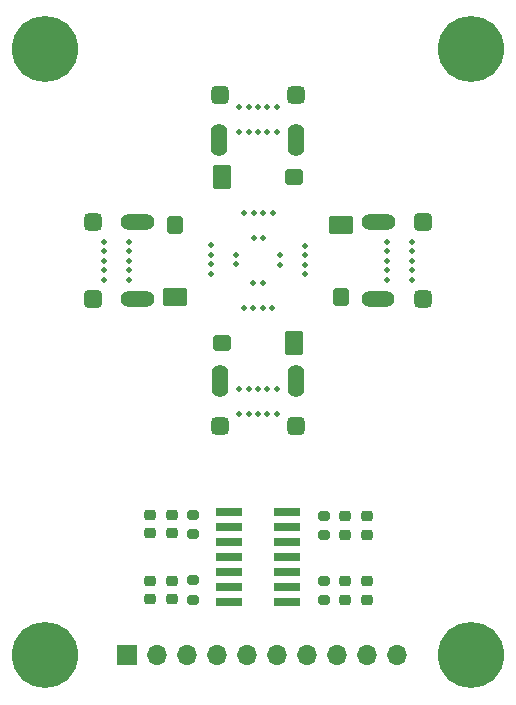
<source format=gbr>
%TF.GenerationSoftware,KiCad,Pcbnew,7.0.7*%
%TF.CreationDate,2023-10-25T15:55:26-07:00*%
%TF.ProjectId,sfh2430_breakout,73666832-3433-4305-9f62-7265616b6f75,rev?*%
%TF.SameCoordinates,Original*%
%TF.FileFunction,Soldermask,Top*%
%TF.FilePolarity,Negative*%
%FSLAX46Y46*%
G04 Gerber Fmt 4.6, Leading zero omitted, Abs format (unit mm)*
G04 Created by KiCad (PCBNEW 7.0.7) date 2023-10-25 15:55:26*
%MOMM*%
%LPD*%
G01*
G04 APERTURE LIST*
G04 Aperture macros list*
%AMRoundRect*
0 Rectangle with rounded corners*
0 $1 Rounding radius*
0 $2 $3 $4 $5 $6 $7 $8 $9 X,Y pos of 4 corners*
0 Add a 4 corners polygon primitive as box body*
4,1,4,$2,$3,$4,$5,$6,$7,$8,$9,$2,$3,0*
0 Add four circle primitives for the rounded corners*
1,1,$1+$1,$2,$3*
1,1,$1+$1,$4,$5*
1,1,$1+$1,$6,$7*
1,1,$1+$1,$8,$9*
0 Add four rect primitives between the rounded corners*
20,1,$1+$1,$2,$3,$4,$5,0*
20,1,$1+$1,$4,$5,$6,$7,0*
20,1,$1+$1,$6,$7,$8,$9,0*
20,1,$1+$1,$8,$9,$2,$3,0*%
G04 Aperture macros list end*
%ADD10C,0.500000*%
%ADD11C,1.400000*%
%ADD12R,1.400000X1.400000*%
%ADD13C,5.600000*%
%ADD14RoundRect,0.225000X0.250000X-0.225000X0.250000X0.225000X-0.250000X0.225000X-0.250000X-0.225000X0*%
%ADD15RoundRect,0.200000X0.275000X-0.200000X0.275000X0.200000X-0.275000X0.200000X-0.275000X-0.200000X0*%
%ADD16RoundRect,0.375000X0.375000X0.375000X-0.375000X0.375000X-0.375000X-0.375000X0.375000X-0.375000X0*%
%ADD17RoundRect,0.375000X0.375000X0.387000X-0.375000X0.387000X-0.375000X-0.387000X0.375000X-0.387000X0*%
%ADD18RoundRect,0.375000X-0.375000X0.375000X-0.375000X-0.375000X0.375000X-0.375000X0.375000X0.375000X0*%
%ADD19RoundRect,0.375000X-0.387000X0.375000X-0.387000X-0.375000X0.387000X-0.375000X0.387000X0.375000X0*%
%ADD20RoundRect,0.225000X-0.250000X0.225000X-0.250000X-0.225000X0.250000X-0.225000X0.250000X0.225000X0*%
%ADD21RoundRect,0.200000X-0.275000X0.200000X-0.275000X-0.200000X0.275000X-0.200000X0.275000X0.200000X0*%
%ADD22RoundRect,0.375000X-0.375000X-0.375000X0.375000X-0.375000X0.375000X0.375000X-0.375000X0.375000X0*%
%ADD23RoundRect,0.375000X-0.375000X-0.387000X0.375000X-0.387000X0.375000X0.387000X-0.375000X0.387000X0*%
%ADD24RoundRect,0.187500X0.862500X-0.562500X0.862500X0.562500X-0.862500X0.562500X-0.862500X-0.562500X0*%
%ADD25RoundRect,0.162500X0.487500X-0.587500X0.487500X0.587500X-0.487500X0.587500X-0.487500X-0.587500X0*%
%ADD26RoundRect,0.175000X0.825000X-0.525000X0.825000X0.525000X-0.825000X0.525000X-0.825000X-0.525000X0*%
%ADD27RoundRect,0.150000X0.450000X-0.550000X0.450000X0.550000X-0.450000X0.550000X-0.450000X-0.550000X0*%
%ADD28RoundRect,0.187500X-0.862500X0.562500X-0.862500X-0.562500X0.862500X-0.562500X0.862500X0.562500X0*%
%ADD29RoundRect,0.162500X-0.487500X0.587500X-0.487500X-0.587500X0.487500X-0.587500X0.487500X0.587500X0*%
%ADD30RoundRect,0.175000X-0.825000X0.525000X-0.825000X-0.525000X0.825000X-0.525000X0.825000X0.525000X0*%
%ADD31RoundRect,0.150000X-0.450000X0.550000X-0.450000X-0.550000X0.450000X-0.550000X0.450000X0.550000X0*%
%ADD32RoundRect,0.102000X-0.990600X-0.266700X0.990600X-0.266700X0.990600X0.266700X-0.990600X0.266700X0*%
%ADD33R,1.700000X1.700000*%
%ADD34O,1.700000X1.700000*%
%ADD35RoundRect,0.187500X0.562500X0.862500X-0.562500X0.862500X-0.562500X-0.862500X0.562500X-0.862500X0*%
%ADD36RoundRect,0.162500X0.587500X0.487500X-0.587500X0.487500X-0.587500X-0.487500X0.587500X-0.487500X0*%
%ADD37RoundRect,0.175000X0.525000X0.825000X-0.525000X0.825000X-0.525000X-0.825000X0.525000X-0.825000X0*%
%ADD38RoundRect,0.150000X0.550000X0.450000X-0.550000X0.450000X-0.550000X-0.450000X0.550000X-0.450000X0*%
%ADD39RoundRect,0.375000X0.375000X-0.375000X0.375000X0.375000X-0.375000X0.375000X-0.375000X-0.375000X0*%
%ADD40RoundRect,0.375000X0.387000X-0.375000X0.387000X0.375000X-0.387000X0.375000X-0.387000X-0.375000X0*%
%ADD41RoundRect,0.187500X-0.562500X-0.862500X0.562500X-0.862500X0.562500X0.862500X-0.562500X0.862500X0*%
%ADD42RoundRect,0.162500X-0.587500X-0.487500X0.587500X-0.487500X0.587500X0.487500X-0.587500X0.487500X0*%
%ADD43RoundRect,0.175000X-0.525000X-0.825000X0.525000X-0.825000X0.525000X0.825000X-0.525000X0.825000X0*%
%ADD44RoundRect,0.150000X-0.550000X-0.450000X0.550000X-0.450000X0.550000X0.450000X-0.550000X0.450000X0*%
G04 APERTURE END LIST*
D10*
%TO.C,REF\u002A\u002A*%
X74400000Y-79600000D03*
%TD*%
D11*
%TO.C,J9*%
X61900000Y-65450000D03*
D12*
X62600000Y-65450000D03*
D11*
X63300000Y-65450000D03*
%TD*%
D13*
%TO.C,H3*%
X90800000Y-50800000D03*
%TD*%
D10*
%TO.C,REF\u002A\u002A*%
X71200000Y-79600000D03*
%TD*%
D11*
%TO.C,J10*%
X69500000Y-59200000D03*
D12*
X69500000Y-58500000D03*
D11*
X69500000Y-57800000D03*
%TD*%
%TO.C,J7*%
X69550000Y-79600000D03*
D12*
X69550000Y-78900000D03*
D11*
X69550000Y-78200000D03*
%TD*%
D10*
%TO.C,REF\u002A\u002A*%
X70900000Y-68200000D03*
%TD*%
%TO.C,REF\u002A\u002A*%
X72800000Y-55700000D03*
%TD*%
D14*
%TO.C,C1*%
X63700000Y-91795000D03*
X63700000Y-90245000D03*
%TD*%
D15*
%TO.C,R3*%
X78400000Y-91950000D03*
X78400000Y-90300000D03*
%TD*%
D16*
%TO.C,J3*%
X76050000Y-54700000D03*
D17*
X69550000Y-54700000D03*
%TD*%
D10*
%TO.C,REF\u002A\u002A*%
X72800000Y-79600000D03*
%TD*%
%TO.C,REF\u002A\u002A*%
X74400000Y-57800000D03*
%TD*%
D14*
%TO.C,C2*%
X65500000Y-91800000D03*
X65500000Y-90250000D03*
%TD*%
D18*
%TO.C,J2*%
X58800000Y-65450000D03*
D19*
X58800000Y-71950000D03*
%TD*%
D11*
%TO.C,J8*%
X61900000Y-71950000D03*
D12*
X62600000Y-71950000D03*
D11*
X63300000Y-71950000D03*
%TD*%
D10*
%TO.C,REF\u002A\u002A*%
X74700000Y-68250000D03*
%TD*%
%TO.C,REF\u002A\u002A*%
X85800000Y-67900000D03*
%TD*%
%TO.C,REF\u002A\u002A*%
X71200000Y-57800000D03*
%TD*%
%TO.C,REF\u002A\u002A*%
X74400000Y-81700000D03*
%TD*%
D20*
%TO.C,C7*%
X82000000Y-95850000D03*
X82000000Y-97400000D03*
%TD*%
%TO.C,C4*%
X65500000Y-95800000D03*
X65500000Y-97350000D03*
%TD*%
D10*
%TO.C,REF\u002A\u002A*%
X72000000Y-55700000D03*
%TD*%
D21*
%TO.C,R2*%
X67300000Y-95770000D03*
X67300000Y-97420000D03*
%TD*%
D10*
%TO.C,REF\u002A\u002A*%
X73250000Y-66750000D03*
%TD*%
%TO.C,REF\u002A\u002A*%
X74050000Y-64650000D03*
%TD*%
%TO.C,REF\u002A\u002A*%
X72400000Y-70600000D03*
%TD*%
%TO.C,REF\u002A\u002A*%
X74000000Y-72700000D03*
%TD*%
%TO.C,REF\u002A\u002A*%
X83700000Y-67900000D03*
%TD*%
%TO.C,REF\u002A\u002A*%
X74700000Y-69050000D03*
%TD*%
D22*
%TO.C,J1*%
X69550000Y-82700000D03*
D23*
X76050000Y-82700000D03*
%TD*%
D10*
%TO.C,REF\u002A\u002A*%
X61900000Y-69500000D03*
%TD*%
D24*
%TO.C,D4*%
X79850000Y-65650000D03*
D25*
X79850000Y-71750000D03*
D26*
X79850000Y-65650000D03*
D27*
X79850000Y-71750000D03*
%TD*%
D10*
%TO.C,REF\u002A\u002A*%
X85800000Y-69500000D03*
%TD*%
%TO.C,REF\u002A\u002A*%
X73600000Y-55700000D03*
%TD*%
%TO.C,REF\u002A\u002A*%
X76800000Y-69050000D03*
%TD*%
D15*
%TO.C,R1*%
X67300000Y-91850000D03*
X67300000Y-90200000D03*
%TD*%
D10*
%TO.C,REF\u002A\u002A*%
X85800000Y-67100000D03*
%TD*%
%TO.C,REF\u002A\u002A*%
X72800000Y-57800000D03*
%TD*%
%TO.C,REF\u002A\u002A*%
X73600000Y-81700000D03*
%TD*%
D28*
%TO.C,D2*%
X65750000Y-71750000D03*
D29*
X65750000Y-65650000D03*
D30*
X65750000Y-71750000D03*
D31*
X65750000Y-65650000D03*
%TD*%
D11*
%TO.C,J6*%
X76050000Y-79600000D03*
D12*
X76050000Y-78900000D03*
D11*
X76050000Y-78200000D03*
%TD*%
D10*
%TO.C,REF\u002A\u002A*%
X61900000Y-67100000D03*
%TD*%
%TO.C,REF\u002A\u002A*%
X59800000Y-69500000D03*
%TD*%
%TO.C,REF\u002A\u002A*%
X72000000Y-79600000D03*
%TD*%
D13*
%TO.C,H2*%
X54800000Y-102100000D03*
%TD*%
D10*
%TO.C,REF\u002A\u002A*%
X73250000Y-64650000D03*
%TD*%
%TO.C,REF\u002A\u002A*%
X71200000Y-55700000D03*
%TD*%
%TO.C,REF\u002A\u002A*%
X76800000Y-69850000D03*
%TD*%
%TO.C,REF\u002A\u002A*%
X61900000Y-70300000D03*
%TD*%
%TO.C,REF\u002A\u002A*%
X72000000Y-81700000D03*
%TD*%
%TO.C,REF\u002A\u002A*%
X73600000Y-57800000D03*
%TD*%
%TO.C,REF\u002A\u002A*%
X59800000Y-67100000D03*
%TD*%
%TO.C,REF\u002A\u002A*%
X71650000Y-64650000D03*
%TD*%
%TO.C,REF\u002A\u002A*%
X72450000Y-66750000D03*
%TD*%
%TO.C,REF\u002A\u002A*%
X59800000Y-70300000D03*
%TD*%
%TO.C,REF\u002A\u002A*%
X76800000Y-68250000D03*
%TD*%
%TO.C,REF\u002A\u002A*%
X72400000Y-72700000D03*
%TD*%
D32*
%TO.C,U1*%
X70372400Y-90010000D03*
X70372400Y-91280000D03*
X70372400Y-92550000D03*
X70372400Y-93820000D03*
X70372400Y-95090000D03*
X70372400Y-96360000D03*
X70372400Y-97630000D03*
X75300000Y-97630000D03*
X75300000Y-96360000D03*
X75300000Y-95090000D03*
X75300000Y-93820000D03*
X75300000Y-92550000D03*
X75300000Y-91280000D03*
X75300000Y-90010000D03*
%TD*%
D10*
%TO.C,REF\u002A\u002A*%
X85800000Y-70300000D03*
%TD*%
%TO.C,REF\u002A\u002A*%
X83700000Y-69500000D03*
%TD*%
D20*
%TO.C,C3*%
X63700000Y-95800000D03*
X63700000Y-97350000D03*
%TD*%
D10*
%TO.C,REF\u002A\u002A*%
X76800000Y-67450000D03*
%TD*%
%TO.C,REF\u002A\u002A*%
X70900000Y-69000000D03*
%TD*%
%TO.C,REF\u002A\u002A*%
X61900000Y-68700000D03*
%TD*%
D21*
%TO.C,R4*%
X78400000Y-95800000D03*
X78400000Y-97450000D03*
%TD*%
D10*
%TO.C,REF\u002A\u002A*%
X72450000Y-64650000D03*
%TD*%
%TO.C,REF\u002A\u002A*%
X74400000Y-55700000D03*
%TD*%
D14*
%TO.C,C6*%
X80200000Y-91900000D03*
X80200000Y-90350000D03*
%TD*%
D33*
%TO.C,J5*%
X61675000Y-102100000D03*
D34*
X64215000Y-102100000D03*
X66755000Y-102100000D03*
X69295000Y-102100000D03*
X71835000Y-102100000D03*
X74375000Y-102100000D03*
X76915000Y-102100000D03*
X79455000Y-102100000D03*
X81995000Y-102100000D03*
X84535000Y-102100000D03*
%TD*%
D10*
%TO.C,REF\u002A\u002A*%
X73200000Y-72700000D03*
%TD*%
%TO.C,REF\u002A\u002A*%
X59800000Y-68700000D03*
%TD*%
%TO.C,REF\u002A\u002A*%
X59800000Y-67900000D03*
%TD*%
D35*
%TO.C,D3*%
X69750000Y-61650000D03*
D36*
X75850000Y-61650000D03*
D37*
X69750000Y-61650000D03*
D38*
X75850000Y-61650000D03*
%TD*%
D13*
%TO.C,H1*%
X54800000Y-50800000D03*
%TD*%
D10*
%TO.C,REF\u002A\u002A*%
X83700000Y-68700000D03*
%TD*%
D20*
%TO.C,C8*%
X80200000Y-95850000D03*
X80200000Y-97400000D03*
%TD*%
D10*
%TO.C,REF\u002A\u002A*%
X68800000Y-67400000D03*
%TD*%
D11*
%TO.C,J13*%
X82250000Y-71950000D03*
D12*
X82950000Y-71950000D03*
D11*
X83650000Y-71950000D03*
%TD*%
D39*
%TO.C,J4*%
X86800000Y-71950000D03*
D40*
X86800000Y-65450000D03*
%TD*%
D13*
%TO.C,H4*%
X90800000Y-102100000D03*
%TD*%
D41*
%TO.C,D1*%
X75850000Y-75650000D03*
D42*
X69750000Y-75650000D03*
D43*
X75850000Y-75650000D03*
D44*
X69750000Y-75650000D03*
%TD*%
D10*
%TO.C,REF\u002A\u002A*%
X68800000Y-69000000D03*
%TD*%
%TO.C,REF\u002A\u002A*%
X72800000Y-81700000D03*
%TD*%
%TO.C,REF\u002A\u002A*%
X73600000Y-79600000D03*
%TD*%
%TO.C,REF\u002A\u002A*%
X68800000Y-68200000D03*
%TD*%
D11*
%TO.C,J11*%
X76000000Y-59200000D03*
D12*
X76000000Y-58500000D03*
D11*
X76000000Y-57800000D03*
%TD*%
D10*
%TO.C,REF\u002A\u002A*%
X72000000Y-57800000D03*
%TD*%
D11*
%TO.C,J12*%
X82300000Y-65450000D03*
D12*
X83000000Y-65450000D03*
D11*
X83700000Y-65450000D03*
%TD*%
D10*
%TO.C,REF\u002A\u002A*%
X85800000Y-68700000D03*
%TD*%
%TO.C,REF\u002A\u002A*%
X61900000Y-67900000D03*
%TD*%
D14*
%TO.C,C5*%
X82000000Y-91900000D03*
X82000000Y-90350000D03*
%TD*%
D10*
%TO.C,REF\u002A\u002A*%
X83700000Y-67100000D03*
%TD*%
%TO.C,REF\u002A\u002A*%
X73200000Y-70600000D03*
%TD*%
%TO.C,REF\u002A\u002A*%
X71200000Y-81700000D03*
%TD*%
%TO.C,REF\u002A\u002A*%
X71600000Y-72700000D03*
%TD*%
%TO.C,REF\u002A\u002A*%
X83700000Y-70300000D03*
%TD*%
%TO.C,REF\u002A\u002A*%
X68800000Y-69800000D03*
%TD*%
M02*

</source>
